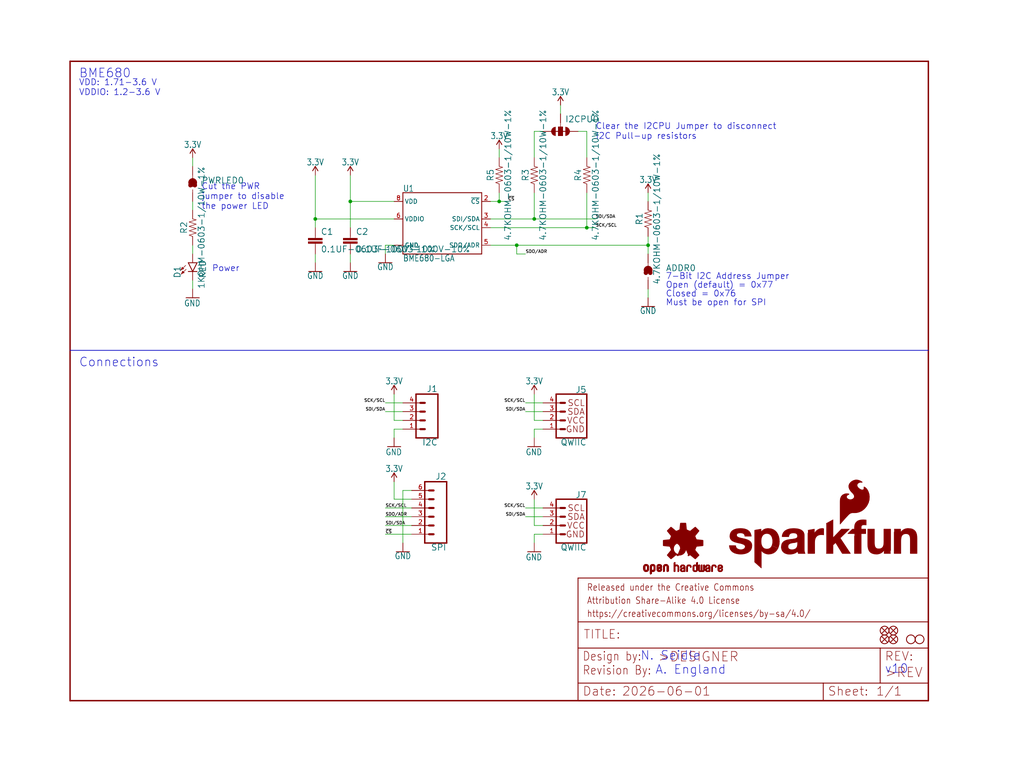
<source format=kicad_sch>
(kicad_sch (version 20230121) (generator eeschema)
  (paper "User" 297.002 223.926)
  (lib_symbols
    (symbol "Environmental_Sensor_Breakout_BME680-eagle-import:0.1UF-0603-100V-10%"
      (property "Reference" "C" (at 1.524 2.921 0))
      (symbol "0.1UF-0603-100V-10%_1_0"
        (pin passive line (at 0 5.08 270) (length 2.54) (name "1") (number "1"))
        (pin passive line (at 0 -2.54 90) (length 2.54) (name "2") (number "2"))
      )
    )
    (symbol "Environmental_Sensor_Breakout_BME680-eagle-import:1KOHM-0603-1/10W-1%"
      (property "Reference" "R" (at 0 1.524 0))
      (symbol "1KOHM-0603-1/10W-1%_1_0"
        (pin passive line (at -5.08 0 0) (length 2.54) (name "1") (number "1"))
        (pin passive line (at 5.08 0 180) (length 2.54) (name "2") (number "2"))
      )
    )
    (symbol "Environmental_Sensor_Breakout_BME680-eagle-import:3.3V" (power)
      (property "Value" "3.3V" (at 0 2.794 0))
      (symbol "3.3V_1_0"
        (pin power_in line (at 0 0 90) (length 2.54) (name "3.3V") (number "1"))
      )
    )
    (symbol "Environmental_Sensor_Breakout_BME680-eagle-import:4.7KOHM-0603-1/10W-1%"
      (property "Reference" "R" (at 0 1.524 0))
      (symbol "4.7KOHM-0603-1/10W-1%_1_0"
        (pin passive line (at -5.08 0 0) (length 2.54) (name "1") (number "1"))
        (pin passive line (at 5.08 0 180) (length 2.54) (name "2") (number "2"))
      )
    )
    (symbol "Environmental_Sensor_Breakout_BME680-eagle-import:BME680-LGA"
      (property "Reference" "U" (at -10.16 7.874 0))
      (symbol "BME680-LGA_1_0"
        (pin bidirectional line (at -12.7 -7.62 0) (length 2.54) (name "GND") (number "1"))
        (pin bidirectional line (at 15.24 5.08 180) (length 2.54) (name "~{CS}") (number "2"))
        (pin bidirectional line (at 15.24 0 180) (length 2.54) (name "SDI/SDA") (number "3"))
        (pin bidirectional line (at 15.24 -2.54 180) (length 2.54) (name "SCK/SCL") (number "4"))
        (pin bidirectional line (at 15.24 -7.62 180) (length 2.54) (name "SDO/ADR") (number "5"))
        (pin bidirectional line (at -12.7 0 0) (length 2.54) (name "VDDIO") (number "6"))
        (pin bidirectional line (at -12.7 -7.62 0) (length 2.54) (name "GND") (number "7"))
        (pin bidirectional line (at -12.7 5.08 0) (length 2.54) (name "VDD") (number "8"))
      )
    )
    (symbol "Environmental_Sensor_Breakout_BME680-eagle-import:CONN_041X04_NO_SILK"
      (property "Reference" "J" (at -5.08 8.128 0))
      (symbol "CONN_041X04_NO_SILK_1_0"
        (pin passive line (at 5.08 -2.54 180) (length 5.08) (name "1") (number "1"))
        (pin passive line (at 5.08 0 180) (length 5.08) (name "2") (number "2"))
        (pin passive line (at 5.08 2.54 180) (length 5.08) (name "3") (number "3"))
        (pin passive line (at 5.08 5.08 180) (length 5.08) (name "4") (number "4"))
      )
    )
    (symbol "Environmental_Sensor_Breakout_BME680-eagle-import:CONN_06NO_SILK_FEMALE_PTH"
      (property "Reference" "J" (at -5.08 10.668 0))
      (symbol "CONN_06NO_SILK_FEMALE_PTH_1_0"
        (pin passive line (at 5.08 -5.08 180) (length 5.08) (name "1") (number "1"))
        (pin passive line (at 5.08 -2.54 180) (length 5.08) (name "2") (number "2"))
        (pin passive line (at 5.08 0 180) (length 5.08) (name "3") (number "3"))
        (pin passive line (at 5.08 2.54 180) (length 5.08) (name "4") (number "4"))
        (pin passive line (at 5.08 5.08 180) (length 5.08) (name "5") (number "5"))
        (pin passive line (at 5.08 7.62 180) (length 5.08) (name "6") (number "6"))
      )
    )
    (symbol "Environmental_Sensor_Breakout_BME680-eagle-import:FIDUCIALUFIDUCIAL")
    (symbol "Environmental_Sensor_Breakout_BME680-eagle-import:FRAME-LETTER"
      (symbol "FRAME-LETTER_2_0"
        (text "${#}/${##}" (at 86.36 1.27 0) (effects (font (size 2.54 2.54)) (justify left bottom)))
        (text "${CURRENT_DATE}" (at 12.7 1.27 0) (effects (font (size 2.54 2.54)) (justify left bottom)))
        (text "${PROJECTNAME}" (at 15.494 17.78 0) (effects (font (size 2.7432 2.7432)) (justify left bottom)))
        (text ">DESIGNER" (at 23.114 11.176 0) (effects (font (size 2.7432 2.7432)) (justify left bottom)))
        (text ">REV" (at 88.9 6.604 0) (effects (font (size 2.7432 2.7432)) (justify left bottom)))
        (text "Attribution Share-Alike 4.0 License" (at 2.54 27.94 0) (effects (font (size 1.9304 1.6408)) (justify left bottom)))
        (text "Date:" (at 1.27 1.27 0) (effects (font (size 2.54 2.54)) (justify left bottom)))
        (text "Design by:" (at 1.27 11.43 0) (effects (font (size 2.54 2.159)) (justify left bottom)))
        (text "https://creativecommons.org/licenses/by-sa/4.0/" (at 2.54 24.13 0) (effects (font (size 1.9304 1.6408)) (justify left bottom)))
        (text "Released under the Creative Commons" (at 2.54 31.75 0) (effects (font (size 1.9304 1.6408)) (justify left bottom)))
        (text "REV:" (at 88.9 11.43 0) (effects (font (size 2.54 2.54)) (justify left bottom)))
        (text "Sheet:" (at 72.39 1.27 0) (effects (font (size 2.54 2.54)) (justify left bottom)))
        (text "TITLE:" (at 1.524 17.78 0) (effects (font (size 2.54 2.54)) (justify left bottom)))
      )
    )
    (symbol "Environmental_Sensor_Breakout_BME680-eagle-import:GND" (power)
      (property "Value" "GND" (at 0 -0.254 0))
      (symbol "GND_1_0"
        (pin power_in line (at 0 2.54 270) (length 2.54) (name "GND") (number "1"))
      )
    )
    (symbol "Environmental_Sensor_Breakout_BME680-eagle-import:JUMPER-SMT_2_NC_TRACE_SILK"
      (property "Reference" "JP" (at -2.54 2.54 0))
      (symbol "JUMPER-SMT_2_NC_TRACE_SILK_1_0"
        (pin passive line (at -5.08 0 0) (length 2.54) (name "1") (number "1"))
        (pin passive line (at 5.08 0 180) (length 2.54) (name "2") (number "2"))
      )
    )
    (symbol "Environmental_Sensor_Breakout_BME680-eagle-import:JUMPER-SMT_2_NO_SILK"
      (property "Reference" "JP" (at -2.54 2.54 0))
      (symbol "JUMPER-SMT_2_NO_SILK_1_0"
        (pin passive line (at -5.08 0 0) (length 2.54) (name "1") (number "1"))
        (pin passive line (at 5.08 0 180) (length 2.54) (name "2") (number "2"))
      )
    )
    (symbol "Environmental_Sensor_Breakout_BME680-eagle-import:JUMPER-SMT_3_2-NC_TRACE_SILK"
      (property "Reference" "JP" (at 2.54 0.381 0))
      (symbol "JUMPER-SMT_3_2-NC_TRACE_SILK_1_0"
        (pin passive line (at 0 5.08 270) (length 2.54) (name "1") (number "1"))
        (pin passive line (at -5.08 0 0) (length 2.54) (name "2") (number "2"))
        (pin passive line (at 0 -5.08 90) (length 2.54) (name "3") (number "3"))
      )
    )
    (symbol "Environmental_Sensor_Breakout_BME680-eagle-import:LED-RED0603"
      (property "Reference" "D" (at -3.429 -4.572 90))
      (symbol "LED-RED0603_1_0"
        (pin passive line (at 0 2.54 270) (length 2.54) (name "A") (number "A"))
        (pin passive line (at 0 -5.08 90) (length 2.54) (name "C") (number "C"))
      )
    )
    (symbol "Environmental_Sensor_Breakout_BME680-eagle-import:OSHW-LOGOMINI")
    (symbol "Environmental_Sensor_Breakout_BME680-eagle-import:QWIIC_CONNECTORJS-1MM"
      (property "Reference" "J" (at -5.08 7.874 0))
      (symbol "QWIIC_CONNECTORJS-1MM_1_0"
        (text "GND" (at -4.572 -2.54 0) (effects (font (size 1.778 1.778)) (justify left)))
        (text "SCL" (at -4.572 5.08 0) (effects (font (size 1.778 1.778)) (justify left)))
        (text "SDA" (at -4.572 2.54 0) (effects (font (size 1.778 1.778)) (justify left)))
        (text "VCC" (at -4.572 0 0) (effects (font (size 1.778 1.778)) (justify left)))
        (pin power_in line (at 7.62 -2.54 180) (length 5.08) (name "1") (number "1"))
        (pin power_in line (at 7.62 0 180) (length 5.08) (name "2") (number "2"))
        (pin passive line (at 7.62 2.54 180) (length 5.08) (name "3") (number "3"))
        (pin passive line (at 7.62 5.08 180) (length 5.08) (name "4") (number "4"))
      )
    )
    (symbol "Environmental_Sensor_Breakout_BME680-eagle-import:REVISION"
      (symbol "REVISION_1_0"
        (text "Revision By:" (at 0 0 0) (effects (font (size 2.54 2.159)) (justify left bottom)))
      )
    )
    (symbol "Environmental_Sensor_Breakout_BME680-eagle-import:SFE_LOGO_FLAME.1_INCH")
    (symbol "Environmental_Sensor_Breakout_BME680-eagle-import:SFE_LOGO_NAME_FLAME.1_INCH")
    (symbol "Environmental_Sensor_Breakout_BME680-eagle-import:STAND-OFFTIGHT")
    (symbol "Environmental_Sensor_Breakout_BME680-eagle-import:SparkFun_GND" (power)
      (property "Value" "SparkFun_GND" (at -2.54 -2.54 0))
      (symbol "SparkFun_GND_1_0"
        (pin power_in line (at 0 2.54 270) (length 2.54) (name "GND") (number "1"))
      )
    )
  )
  (junction (at 154.94 63.5))
  (junction (at 149.86 71.12))
  (junction (at 91.44 63.5))
  (junction (at 170.18 66.04))
  (junction (at 144.78 58.42))
  (junction (at 187.96 71.12))
  (junction (at 101.6 58.42))
  (wire (pts (xy 187.96 71.12) (xy 187.96 68.58)) (stroke (width 0.1524)))
  (wire (pts (xy 142.24 58.42) (xy 144.78 58.42)) (stroke (width 0.1524)))
  (wire (pts (xy 170.18 45.72) (xy 170.18 38.1)) (stroke (width 0.1524)))
  (wire (pts (xy 154.94 63.5) (xy 172.72 63.5)) (stroke (width 0.1524)))
  (wire (pts (xy 154.94 154.94) (xy 154.94 157.48)) (stroke (width 0.1524)))
  (wire (pts (xy 101.6 58.42) (xy 114.3 58.42)) (stroke (width 0.1524)))
  (wire (pts (xy 119.38 154.94) (xy 111.76 154.94)) (stroke (width 0.1524)))
  (wire (pts (xy 170.18 38.1) (xy 167.64 38.1)) (stroke (width 0.1524)))
  (wire (pts (xy 116.84 142.24) (xy 116.84 157.48)) (stroke (width 0.1524)))
  (wire (pts (xy 149.86 73.66) (xy 152.4 73.66)) (stroke (width 0.1524)))
  (wire (pts (xy 149.86 71.12) (xy 187.96 71.12)) (stroke (width 0.1524)))
  (wire (pts (xy 55.88 73.66) (xy 55.88 71.12)) (stroke (width 0.1524)))
  (wire (pts (xy 142.24 66.04) (xy 170.18 66.04)) (stroke (width 0.1524)))
  (wire (pts (xy 142.24 63.5) (xy 154.94 63.5)) (stroke (width 0.1524)))
  (wire (pts (xy 154.94 38.1) (xy 157.48 38.1)) (stroke (width 0.1524)))
  (wire (pts (xy 154.94 55.88) (xy 154.94 63.5)) (stroke (width 0.1524)))
  (wire (pts (xy 114.3 71.12) (xy 111.76 71.12)) (stroke (width 0.1524)))
  (wire (pts (xy 157.48 154.94) (xy 154.94 154.94)) (stroke (width 0.1524)))
  (wire (pts (xy 157.48 121.92) (xy 154.94 121.92)) (stroke (width 0.1524)))
  (wire (pts (xy 91.44 63.5) (xy 114.3 63.5)) (stroke (width 0.1524)))
  (wire (pts (xy 187.96 83.82) (xy 187.96 86.36)) (stroke (width 0.1524)))
  (wire (pts (xy 114.3 144.78) (xy 114.3 139.7)) (stroke (width 0.1524)))
  (wire (pts (xy 101.6 50.8) (xy 101.6 58.42)) (stroke (width 0.1524)))
  (wire (pts (xy 144.78 58.42) (xy 147.32 58.42)) (stroke (width 0.1524)))
  (wire (pts (xy 170.18 66.04) (xy 172.72 66.04)) (stroke (width 0.1524)))
  (wire (pts (xy 119.38 144.78) (xy 114.3 144.78)) (stroke (width 0.1524)))
  (wire (pts (xy 157.48 152.4) (xy 154.94 152.4)) (stroke (width 0.1524)))
  (wire (pts (xy 154.94 121.92) (xy 154.94 114.3)) (stroke (width 0.1524)))
  (wire (pts (xy 55.88 83.82) (xy 55.88 81.28)) (stroke (width 0.1524)))
  (wire (pts (xy 91.44 73.66) (xy 91.44 76.2)) (stroke (width 0.1524)))
  (wire (pts (xy 187.96 55.88) (xy 187.96 58.42)) (stroke (width 0.1524)))
  (wire (pts (xy 55.88 45.72) (xy 55.88 48.26)) (stroke (width 0.1524)))
  (wire (pts (xy 162.56 33.02) (xy 162.56 30.48)) (stroke (width 0.1524)))
  (wire (pts (xy 55.88 58.42) (xy 55.88 60.96)) (stroke (width 0.1524)))
  (wire (pts (xy 114.3 121.92) (xy 114.3 114.3)) (stroke (width 0.1524)))
  (wire (pts (xy 157.48 116.84) (xy 152.4 116.84)) (stroke (width 0.1524)))
  (wire (pts (xy 101.6 73.66) (xy 101.6 76.2)) (stroke (width 0.1524)))
  (wire (pts (xy 154.94 152.4) (xy 154.94 144.78)) (stroke (width 0.1524)))
  (wire (pts (xy 154.94 45.72) (xy 154.94 38.1)) (stroke (width 0.1524)))
  (wire (pts (xy 157.48 119.38) (xy 152.4 119.38)) (stroke (width 0.1524)))
  (wire (pts (xy 116.84 124.46) (xy 114.3 124.46)) (stroke (width 0.1524)))
  (wire (pts (xy 157.48 147.32) (xy 152.4 147.32)) (stroke (width 0.1524)))
  (wire (pts (xy 154.94 124.46) (xy 154.94 127)) (stroke (width 0.1524)))
  (wire (pts (xy 116.84 116.84) (xy 111.76 116.84)) (stroke (width 0.1524)))
  (wire (pts (xy 116.84 121.92) (xy 114.3 121.92)) (stroke (width 0.1524)))
  (wire (pts (xy 170.18 55.88) (xy 170.18 66.04)) (stroke (width 0.1524)))
  (wire (pts (xy 101.6 66.04) (xy 101.6 58.42)) (stroke (width 0.1524)))
  (wire (pts (xy 119.38 149.86) (xy 111.76 149.86)) (stroke (width 0.1524)))
  (wire (pts (xy 142.24 71.12) (xy 149.86 71.12)) (stroke (width 0.1524)))
  (wire (pts (xy 114.3 124.46) (xy 114.3 127)) (stroke (width 0.1524)))
  (wire (pts (xy 119.38 142.24) (xy 116.84 142.24)) (stroke (width 0.1524)))
  (wire (pts (xy 157.48 149.86) (xy 152.4 149.86)) (stroke (width 0.1524)))
  (wire (pts (xy 157.48 124.46) (xy 154.94 124.46)) (stroke (width 0.1524)))
  (wire (pts (xy 91.44 66.04) (xy 91.44 63.5)) (stroke (width 0.1524)))
  (wire (pts (xy 149.86 71.12) (xy 149.86 73.66)) (stroke (width 0.1524)))
  (wire (pts (xy 91.44 50.8) (xy 91.44 63.5)) (stroke (width 0.1524)))
  (wire (pts (xy 144.78 55.88) (xy 144.78 58.42)) (stroke (width 0.1524)))
  (wire (pts (xy 144.78 45.72) (xy 144.78 43.18)) (stroke (width 0.1524)))
  (wire (pts (xy 119.38 152.4) (xy 111.76 152.4)) (stroke (width 0.1524)))
  (wire (pts (xy 119.38 147.32) (xy 111.76 147.32)) (stroke (width 0.1524)))
  (polyline (pts (xy 269.24 101.6) (xy 20.32 101.6)) (stroke (width 0.2032) (type solid)))
  (wire (pts (xy 116.84 119.38) (xy 111.76 119.38)) (stroke (width 0.1524)))
  (wire (pts (xy 111.76 71.12) (xy 111.76 73.66)) (stroke (width 0.1524)))
  (wire (pts (xy 187.96 71.12) (xy 187.96 73.66)) (stroke (width 0.1524)))
  (text "7-Bit I2C Address Jumper" (at 193.04 81.28 0) (effects (font (size 1.778 1.778)) (justify left bottom)))
  (text "Connections" (at 22.86 106.68 0) (effects (font (size 2.54 2.54)) (justify left bottom)))
  (text "Clear the I2CPU Jumper to disconnect\nI2C Pull-up resistors" (at 172.72 40.64 0) (effects (font (size 1.778 1.778)) (justify left bottom)))
  (text "BME680" (at 22.86 22.86 0) (effects (font (size 2.54 2.54)) (justify left bottom)))
  (text "VDD: 1.71-3.6 V\nVDDIO: 1.2-3.6 V" (at 22.86 27.94 0) (effects (font (size 1.778 1.778)) (justify left bottom)))
  (text "Cut the PWR\njumper to disable\nthe power LED" (at 58.42 60.96 0) (effects (font (size 1.778 1.778)) (justify left bottom)))
  (text "Closed = 0x76" (at 193.04 86.36 0) (effects (font (size 1.778 1.778)) (justify left bottom)))
  (text "Power" (at 61.468 78.994 0) (effects (font (size 1.778 1.778)) (justify left bottom)))
  (text "N. Seidle" (at 185.674 191.77 0) (effects (font (size 2.54 2.54)) (justify left bottom)))
  (text "A. England" (at 189.992 195.834 0) (effects (font (size 2.54 2.54)) (justify left bottom)))
  (text "Open (default) = 0x77" (at 193.04 83.82 0) (effects (font (size 1.778 1.778)) (justify left bottom)))
  (text "Must be open for SPI" (at 193.04 88.9 0) (effects (font (size 1.778 1.778)) (justify left bottom)))
  (text "v10" (at 256.54 195.58 0) (effects (font (size 2.54 2.54)) (justify left bottom)))
  (label "SDO/ADR" (at 111.76 149.86 0) (effects (font (size 0.889 0.889))))
  (label "SCK/SCL" (at 111.76 147.32 0) (effects (font (size 0.889 0.889))))
  (label "SDI/SDA" (at 172.72 63.5 0) (effects (font (size 0.889 0.889))))
  (label "SDO/ADR" (at 152.4 73.66 0) (effects (font (size 0.889 0.889))))
  (label "~{CS}" (at 111.76 154.94 0) (effects (font (size 0.889 0.889))))
  (label "SCK/SCL" (at 172.72 66.04 0) (effects (font (size 0.889 0.889))))
  (label "SDI/SDA" (at 111.76 152.4 0) (effects (font (size 0.889 0.889))))
  (label "SCK/SCL" (at 152.4 147.32 180) (effects (font (size 0.889 0.889))))
  (label "SDI/SDA" (at 111.76 119.38 180) (effects (font (size 0.889 0.889))))
  (label "SCK/SCL" (at 152.4 116.84 180) (effects (font (size 0.889 0.889))))
  (label "SDI/SDA" (at 152.4 119.38 180) (effects (font (size 0.889 0.889))))
  (label "~{CS}" (at 147.32 58.42 0) (effects (font (size 0.889 0.889))))
  (label "SDI/SDA" (at 152.4 149.86 180) (effects (font (size 0.889 0.889))))
  (label "SCK/SCL" (at 111.76 116.84 180) (effects (font (size 0.889 0.889))))
  (symbol (lib_id "Environmental_Sensor_Breakout_BME680-eagle-import:1KOHM-0603-1/10W-1%") (at 55.88 66.04 90) (unit 1)
    (property "Reference" "R2" (at 54.356 66.04 0) (effects (font (size 1.778 1.778)) (justify bottom)))
    (property "Value" "1KOHM-0603-1/10W-1%" (at 57.404 66.04 0) (effects (font (size 1.778 1.778)) (justify top)))
    (property "Footprint" "Resistor_SMD:R_0603_1608Metric" (effects hide))
  )
  (symbol (lib_id "Environmental_Sensor_Breakout_BME680-eagle-import:CONN_041X04_NO_SILK") (at 121.92 121.92 0) (mirror y) (unit 1)
    (property "Reference" "J1" (at 127 113.792 0) (effects (font (size 1.778 1.778)) (justify left bottom)))
    (property "Value" "I2C" (at 127 129.286 0) (effects (font (size 1.778 1.778)) (justify left bottom)))
    (property "Footprint" "Environmental_Sensor_Breakout_BME680:1X04_NO_SILK" (effects hide))
  )
  (symbol (lib_id "Environmental_Sensor_Breakout_BME680-eagle-import:OSHW-LOGOMINI") (at 198.12 157.48 0) (unit 1)
    (property "Reference" "LOGO1" (effects hide))
    (property "Value" "OSHW-LOGOMINI" (effects hide))
    (property "Footprint" "Environmental_Sensor_Breakout_BME680:OSHW-LOGO-MINI" (effects hide))
  )
  (symbol (lib_id "Environmental_Sensor_Breakout_BME680-eagle-import:GND") (at 116.84 160.02 0) (mirror y) (unit 1)
    (property "Reference" "#GND08" (effects hide))
    (property "Value" "GND" (at 116.84 160.274 0) (effects (font (size 1.778 1.5113)) (justify top)))
  )
  (symbol (lib_id "Environmental_Sensor_Breakout_BME680-eagle-import:STAND-OFFTIGHT") (at 264.16 185.42 0) (unit 1)
    (property "Reference" "H2" (effects hide))
    (property "Value" "STAND-OFFTIGHT" (effects hide))
    (property "Footprint" "Environmental_Sensor_Breakout_BME680:STAND-OFF-TIGHT" (effects hide))
  )
  (symbol (lib_id "Environmental_Sensor_Breakout_BME680-eagle-import:3.3V") (at 144.78 43.18 0) (unit 1)
    (property "Reference" "#SUPPLY03" (effects hide))
    (property "Value" "3.3V" (at 144.78 40.386 0) (effects (font (size 1.778 1.5113)) (justify bottom)))
  )
  (symbol (lib_id "Environmental_Sensor_Breakout_BME680-eagle-import:QWIIC_CONNECTORJS-1MM") (at 165.1 152.4 0) (mirror y) (unit 1)
    (property "Reference" "J7" (at 170.18 144.526 0) (effects (font (size 1.778 1.778)) (justify left bottom)))
    (property "Value" "QWIIC" (at 170.18 157.734 0) (effects (font (size 1.778 1.778)) (justify left top)))
    (property "Footprint" "Connector_JST:JST_SH_SM04B-SRSS-TB_1x04-1MP_P1.00mm_Horizontal" (effects hide))
  )
  (symbol (lib_id "Environmental_Sensor_Breakout_BME680-eagle-import:FIDUCIALUFIDUCIAL") (at 259.08 182.88 0) (unit 1)
    (property "Reference" "FD2" (effects hide))
    (property "Value" "FIDUCIALUFIDUCIAL" (effects hide))
    (property "Footprint" "Environmental_Sensor_Breakout_BME680:FIDUCIAL-MICRO" (effects hide))
  )
  (symbol (lib_id "Environmental_Sensor_Breakout_BME680-eagle-import:4.7KOHM-0603-1/10W-1%") (at 187.96 63.5 90) (unit 1)
    (property "Reference" "R1" (at 186.436 63.5 0) (effects (font (size 1.778 1.778)) (justify bottom)))
    (property "Value" "4.7KOHM-0603-1/10W-1%" (at 189.484 63.5 0) (effects (font (size 1.778 1.778)) (justify top)))
    (property "Footprint" "Resistor_SMD:R_0603_1608Metric" (effects hide))
  )
  (symbol (lib_id "Environmental_Sensor_Breakout_BME680-eagle-import:JUMPER-SMT_2_NC_TRACE_SILK") (at 55.88 53.34 90) (unit 1)
    (property "Reference" "PWRLED0" (at 58.42 53.34 90) (effects (font (size 1.778 1.778)) (justify right top)))
    (property "Value" "JUMPER-SMT_2_NC_TRACE_SILK" (effects hide))
    (property "Footprint" "Environmental_Sensor_Breakout_BME680:SMT-JUMPER_2_NC_TRACE_SILK" (effects hide))
  )
  (symbol (lib_id "Environmental_Sensor_Breakout_BME680-eagle-import:3.3V") (at 154.94 114.3 0) (unit 1)
    (property "Reference" "#SUPPLY010" (effects hide))
    (property "Value" "3.3V" (at 154.94 111.506 0) (effects (font (size 1.778 1.5113)) (justify bottom)))
  )
  (symbol (lib_id "Environmental_Sensor_Breakout_BME680-eagle-import:SFE_LOGO_FLAME.1_INCH") (at 243.332 152.4 0) (unit 1)
    (property "Reference" "LOGO4" (effects hide))
    (property "Value" "SFE_LOGO_FLAME.1_INCH" (effects hide))
    (property "Footprint" "Environmental_Sensor_Breakout_BME680:SFE_LOGO_FLAME_.1" (effects hide))
  )
  (symbol (lib_id "Environmental_Sensor_Breakout_BME680-eagle-import:FIDUCIALUFIDUCIAL") (at 256.54 182.88 0) (unit 1)
    (property "Reference" "FD3" (effects hide))
    (property "Value" "FIDUCIALUFIDUCIAL" (effects hide))
    (property "Footprint" "Environmental_Sensor_Breakout_BME680:FIDUCIAL-MICRO" (effects hide))
  )
  (symbol (lib_id "Environmental_Sensor_Breakout_BME680-eagle-import:FIDUCIALUFIDUCIAL") (at 259.08 185.42 0) (unit 1)
    (property "Reference" "FD1" (effects hide))
    (property "Value" "FIDUCIALUFIDUCIAL" (effects hide))
    (property "Footprint" "Environmental_Sensor_Breakout_BME680:FIDUCIAL-MICRO" (effects hide))
  )
  (symbol (lib_id "Environmental_Sensor_Breakout_BME680-eagle-import:0.1UF-0603-100V-10%") (at 91.44 71.12 0) (unit 1)
    (property "Reference" "C1" (at 92.964 68.199 0) (effects (font (size 1.778 1.778)) (justify left bottom)))
    (property "Value" "0.1UF-0603-100V-10%" (at 92.964 73.279 0) (effects (font (size 1.778 1.778)) (justify left bottom)))
    (property "Footprint" "Capacitor_SMD:C_0603_1608Metric" (effects hide))
  )
  (symbol (lib_id "Environmental_Sensor_Breakout_BME680-eagle-import:REVISION") (at 168.91 195.834 0) (unit 1)
    (property "Reference" "LOGO3" (effects hide))
    (property "Value" "REVISION" (effects hide))
    (property "Footprint" "Environmental_Sensor_Breakout_BME680:REVISION" (effects hide))
  )
  (symbol (lib_id "Environmental_Sensor_Breakout_BME680-eagle-import:3.3V") (at 187.96 55.88 0) (unit 1)
    (property "Reference" "#SUPPLY05" (effects hide))
    (property "Value" "3.3V" (at 187.96 53.086 0) (effects (font (size 1.778 1.5113)) (justify bottom)))
  )
  (symbol (lib_id "Environmental_Sensor_Breakout_BME680-eagle-import:CONN_06NO_SILK_FEMALE_PTH") (at 124.46 149.86 0) (mirror y) (unit 1)
    (property "Reference" "J2" (at 129.54 139.192 0) (effects (font (size 1.778 1.778)) (justify left bottom)))
    (property "Value" "SPI" (at 129.54 159.766 0) (effects (font (size 1.778 1.778)) (justify left bottom)))
    (property "Footprint" "Environmental_Sensor_Breakout_BME680:1X06_NO_SILK" (effects hide))
  )
  (symbol (lib_id "Environmental_Sensor_Breakout_BME680-eagle-import:3.3V") (at 154.94 144.78 0) (unit 1)
    (property "Reference" "#SUPPLY012" (effects hide))
    (property "Value" "3.3V" (at 154.94 141.986 0) (effects (font (size 1.778 1.5113)) (justify bottom)))
  )
  (symbol (lib_id "Environmental_Sensor_Breakout_BME680-eagle-import:0.1UF-0603-100V-10%") (at 101.6 71.12 0) (unit 1)
    (property "Reference" "C2" (at 103.124 68.199 0) (effects (font (size 1.778 1.778)) (justify left bottom)))
    (property "Value" "0.1UF-0603-100V-10%" (at 103.124 73.279 0) (effects (font (size 1.778 1.778)) (justify left bottom)))
    (property "Footprint" "Capacitor_SMD:C_0603_1608Metric" (effects hide))
  )
  (symbol (lib_id "Environmental_Sensor_Breakout_BME680-eagle-import:FIDUCIALUFIDUCIAL") (at 256.54 185.42 0) (unit 1)
    (property "Reference" "FD4" (effects hide))
    (property "Value" "FIDUCIALUFIDUCIAL" (effects hide))
    (property "Footprint" "Environmental_Sensor_Breakout_BME680:FIDUCIAL-MICRO" (effects hide))
  )
  (symbol (lib_id "Environmental_Sensor_Breakout_BME680-eagle-import:LED-RED0603") (at 55.88 76.2 0) (unit 1)
    (property "Reference" "D1" (at 52.451 80.772 90) (effects (font (size 1.778 1.778)) (justify left bottom)))
    (property "Value" "RED" (at 57.785 80.772 90) (effects (font (size 1.778 1.778)) (justify left top)))
    (property "Footprint" "Environmental_Sensor_Breakout_BME680:LED-0603" (effects hide))
  )
  (symbol (lib_id "Environmental_Sensor_Breakout_BME680-eagle-import:QWIIC_CONNECTORJS-1MM") (at 165.1 121.92 0) (mirror y) (unit 1)
    (property "Reference" "J5" (at 170.18 114.046 0) (effects (font (size 1.778 1.778)) (justify left bottom)))
    (property "Value" "QWIIC" (at 170.18 127.254 0) (effects (font (size 1.778 1.778)) (justify left top)))
    (property "Footprint" "Connector_JST:JST_SH_SM04B-SRSS-TB_1x04-1MP_P1.00mm_Horizontal" (effects hide))
  )
  (symbol (lib_id "Environmental_Sensor_Breakout_BME680-eagle-import:3.3V") (at 101.6 50.8 0) (unit 1)
    (property "Reference" "#SUPPLY02" (effects hide))
    (property "Value" "3.3V" (at 101.6 48.006 0) (effects (font (size 1.778 1.5113)) (justify bottom)))
  )
  (symbol (lib_id "Environmental_Sensor_Breakout_BME680-eagle-import:SparkFun_GND") (at 154.94 160.02 0) (unit 1)
    (property "Reference" "#GND011" (effects hide))
    (property "Value" "GND" (at 152.4 162.56 0) (effects (font (size 1.778 1.5113)) (justify left bottom)))
  )
  (symbol (lib_id "Environmental_Sensor_Breakout_BME680-eagle-import:JUMPER-SMT_2_NO_SILK") (at 187.96 78.74 90) (unit 1)
    (property "Reference" "ADDR0" (at 193.04 78.74 90) (effects (font (size 1.778 1.778)) (justify right top)))
    (property "Value" "JUMPER-SMT_2_NO_SILK" (effects hide))
    (property "Footprint" "Environmental_Sensor_Breakout_BME680:SMT-JUMPER_2_NO_SILK" (effects hide))
  )
  (symbol (lib_id "Environmental_Sensor_Breakout_BME680-eagle-import:3.3V") (at 162.56 30.48 0) (unit 1)
    (property "Reference" "#SUPPLY04" (effects hide))
    (property "Value" "3.3V" (at 162.56 27.686 0) (effects (font (size 1.778 1.5113)) (justify bottom)))
  )
  (symbol (lib_id "Environmental_Sensor_Breakout_BME680-eagle-import:3.3V") (at 91.44 50.8 0) (unit 1)
    (property "Reference" "#SUPPLY01" (effects hide))
    (property "Value" "3.3V" (at 91.44 48.006 0) (effects (font (size 1.778 1.5113)) (justify bottom)))
  )
  (symbol (lib_id "Environmental_Sensor_Breakout_BME680-eagle-import:BME680-LGA") (at 127 63.5 0) (unit 1)
    (property "Reference" "U1" (at 116.84 55.626 0) (effects (font (size 1.778 1.5113)) (justify left bottom)))
    (property "Value" "BME680-LGA" (at 116.84 73.914 0) (effects (font (size 1.778 1.5113)) (justify left top)))
    (property "Footprint" "Package_LGA:Bosch_LGA-8_3x3mm_P0.8mm_ClockwisePinNumbering" (effects hide))
  )
  (symbol (lib_id "Environmental_Sensor_Breakout_BME680-eagle-import:SparkFun_GND") (at 114.3 129.54 0) (unit 1)
    (property "Reference" "#GND010" (effects hide))
    (property "Value" "GND" (at 111.76 132.08 0) (effects (font (size 1.778 1.5113)) (justify left bottom)))
  )
  (symbol (lib_id "Environmental_Sensor_Breakout_BME680-eagle-import:GND") (at 187.96 88.9 0) (unit 1)
    (property "Reference" "#GND05" (effects hide))
    (property "Value" "GND" (at 187.96 89.154 0) (effects (font (size 1.778 1.5113)) (justify top)))
  )
  (symbol (lib_id "Environmental_Sensor_Breakout_BME680-eagle-import:JUMPER-SMT_3_2-NC_TRACE_SILK") (at 162.56 38.1 270) (unit 1)
    (property "Reference" "I2CPU0" (at 163.83 35.56 90) (effects (font (size 1.778 1.778)) (justify left bottom)))
    (property "Value" "JUMPER-SMT_3_2-NC_TRACE_SILK" (effects hide))
    (property "Footprint" "Environmental_Sensor_Breakout_BME680:SMT-JUMPER_3_2-NC_TRACE_SILK" (effects hide))
  )
  (symbol (lib_id "Environmental_Sensor_Breakout_BME680-eagle-import:GND") (at 101.6 78.74 0) (unit 1)
    (property "Reference" "#GND03" (effects hide))
    (property "Value" "GND" (at 101.6 78.994 0) (effects (font (size 1.778 1.5113)) (justify top)))
  )
  (symbol (lib_id "Environmental_Sensor_Breakout_BME680-eagle-import:STAND-OFFTIGHT") (at 266.7 185.42 0) (unit 1)
    (property "Reference" "H1" (effects hide))
    (property "Value" "STAND-OFFTIGHT" (effects hide))
    (property "Footprint" "Environmental_Sensor_Breakout_BME680:STAND-OFF-TIGHT" (effects hide))
  )
  (symbol (lib_id "Environmental_Sensor_Breakout_BME680-eagle-import:GND") (at 91.44 78.74 0) (unit 1)
    (property "Reference" "#GND02" (effects hide))
    (property "Value" "GND" (at 91.44 78.994 0) (effects (font (size 1.778 1.5113)) (justify top)))
  )
  (symbol (lib_id "Environmental_Sensor_Breakout_BME680-eagle-import:SFE_LOGO_NAME_FLAME.1_INCH") (at 210.82 165.1 0) (unit 1)
    (property "Reference" "LOGO2" (effects hide))
    (property "Value" "SFE_LOGO_NAME_FLAME.1_INCH" (effects hide))
    (property "Footprint" "Environmental_Sensor_Breakout_BME680:SFE_LOGO_NAME_FLAME_.1" (effects hide))
  )
  (symbol (lib_id "Environmental_Sensor_Breakout_BME680-eagle-import:3.3V") (at 114.3 114.3 0) (unit 1)
    (property "Reference" "#SUPPLY011" (effects hide))
    (property "Value" "3.3V" (at 114.3 111.506 0) (effects (font (size 1.778 1.5113)) (justify bottom)))
  )
  (symbol (lib_id "Environmental_Sensor_Breakout_BME680-eagle-import:SparkFun_GND") (at 154.94 129.54 0) (unit 1)
    (property "Reference" "#GND09" (effects hide))
    (property "Value" "GND" (at 152.4 132.08 0) (effects (font (size 1.778 1.5113)) (justify left bottom)))
  )
  (symbol (lib_id "Environmental_Sensor_Breakout_BME680-eagle-import:4.7KOHM-0603-1/10W-1%") (at 144.78 50.8 90) (unit 1)
    (property "Reference" "R5" (at 143.256 50.8 0) (effects (font (size 1.778 1.778)) (justify bottom)))
    (property "Value" "4.7KOHM-0603-1/10W-1%" (at 146.304 50.8 0) (effects (font (size 1.778 1.778)) (justify top)))
    (property "Footprint" "Resistor_SMD:R_0603_1608Metric" (effects hide))
  )
  (symbol (lib_id "Environmental_Sensor_Breakout_BME680-eagle-import:SparkFun_GND") (at 55.88 86.36 0) (unit 1)
    (property "Reference" "#GND01" (effects hide))
    (property "Value" "GND" (at 53.34 88.9 0) (effects (font (size 1.778 1.5113)) (justify left bottom)))
  )
  (symbol (lib_id "Environmental_Sensor_Breakout_BME680-eagle-import:FRAME-LETTER") (at 167.64 203.2 0) (unit 2)
    (property "Reference" "FRAME1" (effects hide))
    (property "Value" "FRAME-LETTER" (effects hide))
    (property "Footprint" "Environmental_Sensor_Breakout_BME680:CREATIVE_COMMONS" (effects hide))
  )
  (symbol (lib_id "Environmental_Sensor_Breakout_BME680-eagle-import:4.7KOHM-0603-1/10W-1%") (at 170.18 50.8 90) (unit 1)
    (property "Reference" "R4" (at 168.656 50.8 0) (effects (font (size 1.778 1.778)) (justify bottom)))
    (property "Value" "4.7KOHM-0603-1/10W-1%" (at 171.704 50.8 0) (effects (font (size 1.778 1.778)) (justify top)))
    (property "Footprint" "Resistor_SMD:R_0603_1608Metric" (effects hide))
  )
  (symbol (lib_id "Environmental_Sensor_Breakout_BME680-eagle-import:GND") (at 111.76 76.2 0) (unit 1)
    (property "Reference" "#GND04" (effects hide))
    (property "Value" "GND" (at 111.76 76.454 0) (effects (font (size 1.778 1.5113)) (justify top)))
  )
  (symbol (lib_id "Environmental_Sensor_Breakout_BME680-eagle-import:4.7KOHM-0603-1/10W-1%") (at 154.94 50.8 90) (unit 1)
    (property "Reference" "R3" (at 153.416 50.8 0) (effects (font (size 1.778 1.778)) (justify bottom)))
    (property "Value" "4.7KOHM-0603-1/10W-1%" (at 156.464 50.8 0) (effects (font (size 1.778 1.778)) (justify top)))
    (property "Footprint" "Resistor_SMD:R_0603_1608Metric" (effects hide))
  )
  (symbol (lib_id "Environmental_Sensor_Breakout_BME680-eagle-import:FRAME-LETTER") (at 20.32 203.2 0) (unit 1)
    (property "Reference" "FRAME1" (effects hide))
    (property "Value" "FRAME-LETTER" (effects hide))
    (property "Footprint" "Environmental_Sensor_Breakout_BME680:CREATIVE_COMMONS" (effects hide))
  )
  (symbol (lib_id "Environmental_Sensor_Breakout_BME680-eagle-import:3.3V") (at 55.88 45.72 0) (unit 1)
    (property "Reference" "#SUPPLY06" (effects hide))
    (property "Value" "3.3V" (at 55.88 42.926 0) (effects (font (size 1.778 1.5113)) (justify bottom)))
  )
  (symbol (lib_id "Environmental_Sensor_Breakout_BME680-eagle-import:3.3V") (at 114.3 139.7 0) (mirror y) (unit 1)
    (property "Reference" "#SUPPLY09" (effects hide))
    (property "Value" "3.3V" (at 114.3 136.906 0) (effects (font (size 1.778 1.5113)) (justify bottom)))
  )
)
</source>
